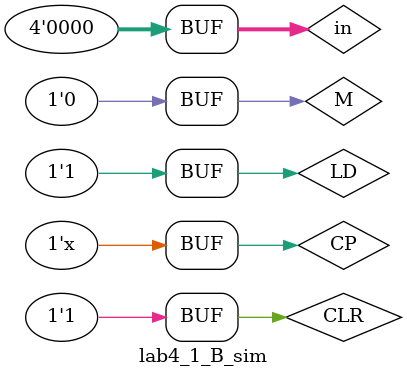
<source format=v>
`timescale 1ns / 1ps


module lab4_1_B_sim
(
);
    reg  [3:0] in;
    wire  [3:0] Q;
    reg CP, M, CLR, LD;
    wire Qcc; // out pluse
    initial begin // set init val
        CP = 0; 
        in<=4'b0000;
        M<=1;
        CLR<=1;
        LD<=1;
    end
    initial begin   // set triger
            #25 LD = 0; // output directly
            #45 LD = 1;
            #65 CLR = 0;//set 0
            #85 CLR = 1;
            #360 M = 0;
    end
        always #10 CP = ~CP; 
//    mod8_counter mod8_counter_test(CP, M, CLR, LD, Z, out);
    lab4_1 lab4_1_test
    (
    .in(in),
    .clk(CP),
    .CLR(CLR),
    .LD(LD),
    .M(M),
    .Q(Q),
    .Qcc(Qcc)
    );
endmodule

</source>
